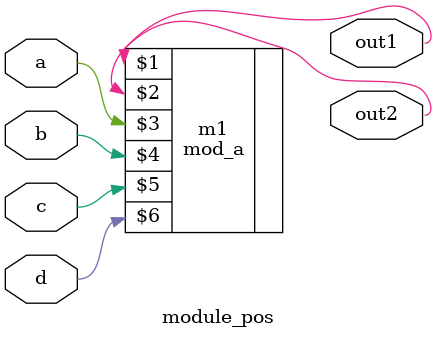
<source format=v>
module module_pos ( 
    input a, 
    input b, 
    input c,
    input d,
    output out1,
    output out2
);
    mod_a m1 (out1, out2, a, b, c, d);
endmodule

</source>
